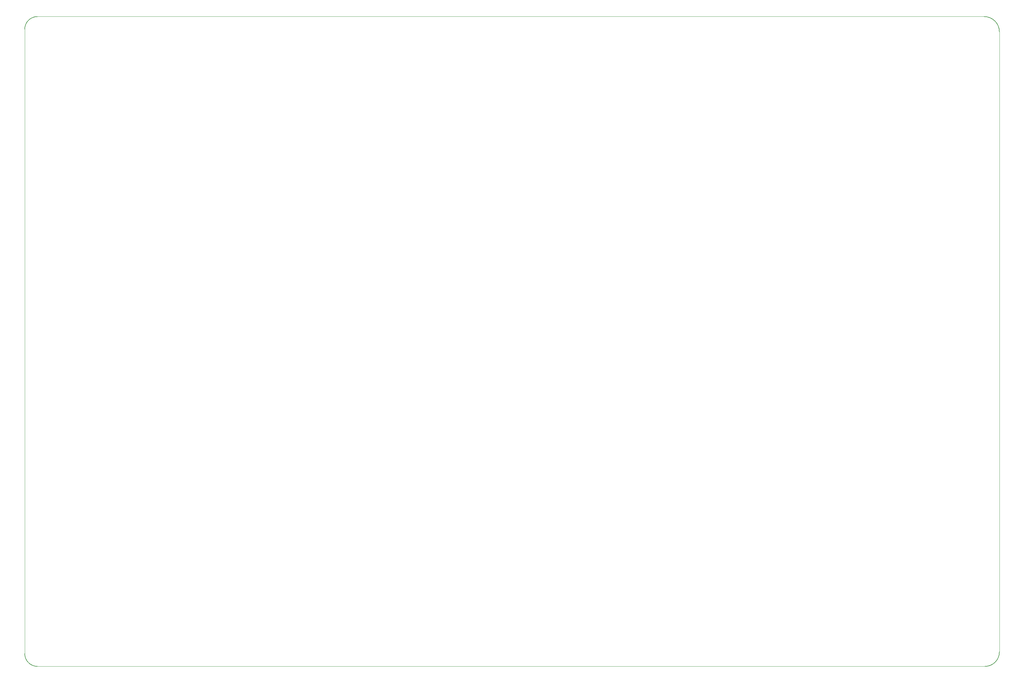
<source format=gbr>
%TF.GenerationSoftware,KiCad,Pcbnew,8.0.5*%
%TF.CreationDate,2024-10-12T11:29:24-07:00*%
%TF.ProjectId,C00000001,43303030-3030-4303-9031-2e6b69636164,A*%
%TF.SameCoordinates,Original*%
%TF.FileFunction,Profile,NP*%
%FSLAX46Y46*%
G04 Gerber Fmt 4.6, Leading zero omitted, Abs format (unit mm)*
G04 Created by KiCad (PCBNEW 8.0.5) date 2024-10-12 11:29:24*
%MOMM*%
%LPD*%
G01*
G04 APERTURE LIST*
%TA.AperFunction,Profile*%
%ADD10C,0.200000*%
%TD*%
%TA.AperFunction,Profile*%
%ADD11C,0.050000*%
%TD*%
G04 APERTURE END LIST*
D10*
X62000000Y-224500000D02*
G75*
G02*
X58250000Y-220750000I0J3750000D01*
G01*
X58250000Y-37250000D02*
G75*
G02*
X62000000Y-33500000I3750000J0D01*
G01*
X340000000Y-33500000D02*
G75*
G02*
X344500000Y-38000000I0J-4500000D01*
G01*
X344500000Y-220250000D02*
G75*
G02*
X340250000Y-224500000I-4250000J0D01*
G01*
D11*
X58250000Y-37250000D02*
X58250000Y-220750000D01*
X344500000Y-220250000D02*
X344500000Y-38000000D01*
X62000000Y-224500000D02*
X340250000Y-224500000D01*
X340000000Y-33500000D02*
X62000000Y-33500000D01*
M02*

</source>
